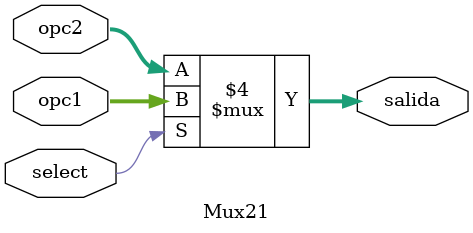
<source format=v>

module Mux21 (
    input [31:0] opc1, //opcion numero 1
    input [31:0] opc2, //opcion numero 2
    input select, //Selector 
    output reg [31:0] salida //Salida que dara la opcion seleccionada 
);

always @(*) begin

    if (select == 1'b1) begin
        salida = opc1;
    end else begin
        salida = opc2;
    end
end
    
endmodule
</source>
